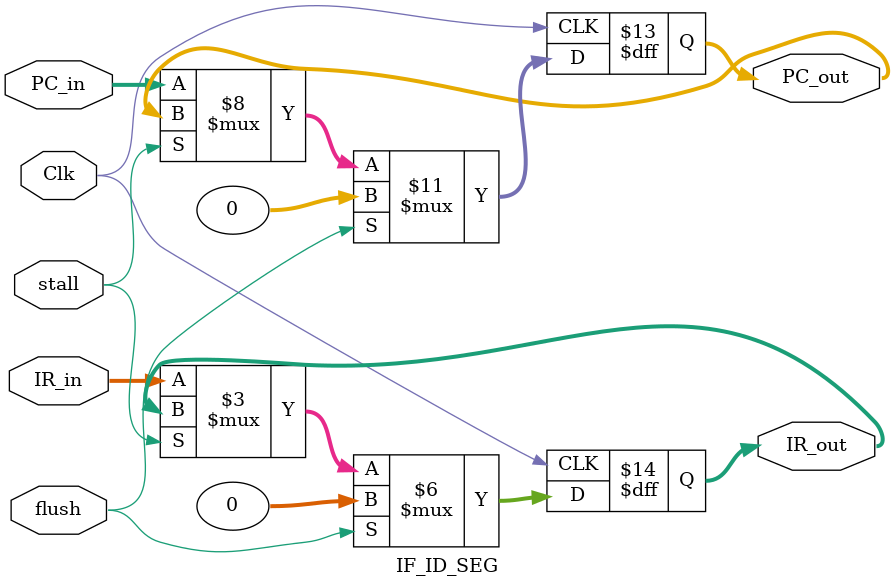
<source format=v>
`timescale 1ns / 1ps
module IF_ID_SEG(
input Clk,
input stall,
input flush,

input [31:0] PC_in,IR_in,
output reg [31:0] PC_out,IR_out
    );

always@(posedge Clk)
begin

if(flush)
begin
	PC_out <= 32'h00000000;
	IR_out <= 32'h00000000;
end
else if(~stall)
begin
	//#15
	PC_out <= PC_in;
	IR_out <= IR_in;
end

end
endmodule

</source>
